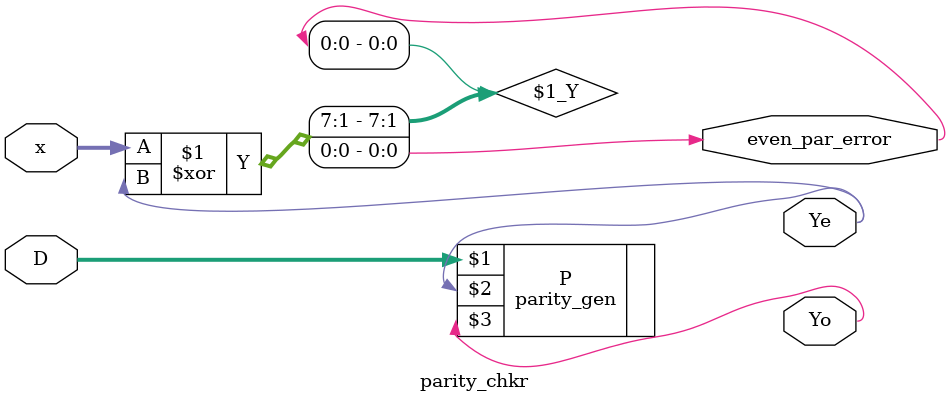
<source format=v>
`timescale 1ns / 1ps


module parity_chkr(input[7:0] x,input [7:0]D,output even_par_error,Yo,Ye);
    
    parity_gen P(D,Ye,Yo);
    assign even_par_error = (x^Ye); //even_parity error indicator
endmodule

</source>
